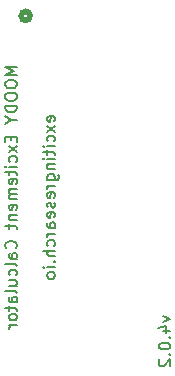
<source format=gbr>
%TF.GenerationSoftware,KiCad,Pcbnew,7.0.9*%
%TF.CreationDate,2024-03-07T22:29:03+01:00*%
%TF.ProjectId,pcb-design,7063622d-6465-4736-9967-6e2e6b696361,rev?*%
%TF.SameCoordinates,Original*%
%TF.FileFunction,Legend,Bot*%
%TF.FilePolarity,Positive*%
%FSLAX46Y46*%
G04 Gerber Fmt 4.6, Leading zero omitted, Abs format (unit mm)*
G04 Created by KiCad (PCBNEW 7.0.9) date 2024-03-07 22:29:03*
%MOMM*%
%LPD*%
G01*
G04 APERTURE LIST*
%ADD10C,0.150000*%
%ADD11C,0.508000*%
G04 APERTURE END LIST*
D10*
X144441819Y-124110998D02*
X143441819Y-124110998D01*
X143441819Y-124110998D02*
X144156104Y-124444331D01*
X144156104Y-124444331D02*
X143441819Y-124777664D01*
X143441819Y-124777664D02*
X144441819Y-124777664D01*
X143441819Y-125444331D02*
X143441819Y-125634807D01*
X143441819Y-125634807D02*
X143489438Y-125730045D01*
X143489438Y-125730045D02*
X143584676Y-125825283D01*
X143584676Y-125825283D02*
X143775152Y-125872902D01*
X143775152Y-125872902D02*
X144108485Y-125872902D01*
X144108485Y-125872902D02*
X144298961Y-125825283D01*
X144298961Y-125825283D02*
X144394200Y-125730045D01*
X144394200Y-125730045D02*
X144441819Y-125634807D01*
X144441819Y-125634807D02*
X144441819Y-125444331D01*
X144441819Y-125444331D02*
X144394200Y-125349093D01*
X144394200Y-125349093D02*
X144298961Y-125253855D01*
X144298961Y-125253855D02*
X144108485Y-125206236D01*
X144108485Y-125206236D02*
X143775152Y-125206236D01*
X143775152Y-125206236D02*
X143584676Y-125253855D01*
X143584676Y-125253855D02*
X143489438Y-125349093D01*
X143489438Y-125349093D02*
X143441819Y-125444331D01*
X143441819Y-126491950D02*
X143441819Y-126682426D01*
X143441819Y-126682426D02*
X143489438Y-126777664D01*
X143489438Y-126777664D02*
X143584676Y-126872902D01*
X143584676Y-126872902D02*
X143775152Y-126920521D01*
X143775152Y-126920521D02*
X144108485Y-126920521D01*
X144108485Y-126920521D02*
X144298961Y-126872902D01*
X144298961Y-126872902D02*
X144394200Y-126777664D01*
X144394200Y-126777664D02*
X144441819Y-126682426D01*
X144441819Y-126682426D02*
X144441819Y-126491950D01*
X144441819Y-126491950D02*
X144394200Y-126396712D01*
X144394200Y-126396712D02*
X144298961Y-126301474D01*
X144298961Y-126301474D02*
X144108485Y-126253855D01*
X144108485Y-126253855D02*
X143775152Y-126253855D01*
X143775152Y-126253855D02*
X143584676Y-126301474D01*
X143584676Y-126301474D02*
X143489438Y-126396712D01*
X143489438Y-126396712D02*
X143441819Y-126491950D01*
X144441819Y-127349093D02*
X143441819Y-127349093D01*
X143441819Y-127349093D02*
X143441819Y-127587188D01*
X143441819Y-127587188D02*
X143489438Y-127730045D01*
X143489438Y-127730045D02*
X143584676Y-127825283D01*
X143584676Y-127825283D02*
X143679914Y-127872902D01*
X143679914Y-127872902D02*
X143870390Y-127920521D01*
X143870390Y-127920521D02*
X144013247Y-127920521D01*
X144013247Y-127920521D02*
X144203723Y-127872902D01*
X144203723Y-127872902D02*
X144298961Y-127825283D01*
X144298961Y-127825283D02*
X144394200Y-127730045D01*
X144394200Y-127730045D02*
X144441819Y-127587188D01*
X144441819Y-127587188D02*
X144441819Y-127349093D01*
X143965628Y-128539569D02*
X144441819Y-128539569D01*
X143441819Y-128206236D02*
X143965628Y-128539569D01*
X143965628Y-128539569D02*
X143441819Y-128872902D01*
X143918009Y-129968141D02*
X143918009Y-130301474D01*
X144441819Y-130444331D02*
X144441819Y-129968141D01*
X144441819Y-129968141D02*
X143441819Y-129968141D01*
X143441819Y-129968141D02*
X143441819Y-130444331D01*
X144441819Y-130777665D02*
X143775152Y-131301474D01*
X143775152Y-130777665D02*
X144441819Y-131301474D01*
X144394200Y-132110998D02*
X144441819Y-132015760D01*
X144441819Y-132015760D02*
X144441819Y-131825284D01*
X144441819Y-131825284D02*
X144394200Y-131730046D01*
X144394200Y-131730046D02*
X144346580Y-131682427D01*
X144346580Y-131682427D02*
X144251342Y-131634808D01*
X144251342Y-131634808D02*
X143965628Y-131634808D01*
X143965628Y-131634808D02*
X143870390Y-131682427D01*
X143870390Y-131682427D02*
X143822771Y-131730046D01*
X143822771Y-131730046D02*
X143775152Y-131825284D01*
X143775152Y-131825284D02*
X143775152Y-132015760D01*
X143775152Y-132015760D02*
X143822771Y-132110998D01*
X144441819Y-132539570D02*
X143775152Y-132539570D01*
X143441819Y-132539570D02*
X143489438Y-132491951D01*
X143489438Y-132491951D02*
X143537057Y-132539570D01*
X143537057Y-132539570D02*
X143489438Y-132587189D01*
X143489438Y-132587189D02*
X143441819Y-132539570D01*
X143441819Y-132539570D02*
X143537057Y-132539570D01*
X143775152Y-132872903D02*
X143775152Y-133253855D01*
X143441819Y-133015760D02*
X144298961Y-133015760D01*
X144298961Y-133015760D02*
X144394200Y-133063379D01*
X144394200Y-133063379D02*
X144441819Y-133158617D01*
X144441819Y-133158617D02*
X144441819Y-133253855D01*
X144394200Y-133968141D02*
X144441819Y-133872903D01*
X144441819Y-133872903D02*
X144441819Y-133682427D01*
X144441819Y-133682427D02*
X144394200Y-133587189D01*
X144394200Y-133587189D02*
X144298961Y-133539570D01*
X144298961Y-133539570D02*
X143918009Y-133539570D01*
X143918009Y-133539570D02*
X143822771Y-133587189D01*
X143822771Y-133587189D02*
X143775152Y-133682427D01*
X143775152Y-133682427D02*
X143775152Y-133872903D01*
X143775152Y-133872903D02*
X143822771Y-133968141D01*
X143822771Y-133968141D02*
X143918009Y-134015760D01*
X143918009Y-134015760D02*
X144013247Y-134015760D01*
X144013247Y-134015760D02*
X144108485Y-133539570D01*
X144441819Y-134444332D02*
X143775152Y-134444332D01*
X143870390Y-134444332D02*
X143822771Y-134491951D01*
X143822771Y-134491951D02*
X143775152Y-134587189D01*
X143775152Y-134587189D02*
X143775152Y-134730046D01*
X143775152Y-134730046D02*
X143822771Y-134825284D01*
X143822771Y-134825284D02*
X143918009Y-134872903D01*
X143918009Y-134872903D02*
X144441819Y-134872903D01*
X143918009Y-134872903D02*
X143822771Y-134920522D01*
X143822771Y-134920522D02*
X143775152Y-135015760D01*
X143775152Y-135015760D02*
X143775152Y-135158617D01*
X143775152Y-135158617D02*
X143822771Y-135253856D01*
X143822771Y-135253856D02*
X143918009Y-135301475D01*
X143918009Y-135301475D02*
X144441819Y-135301475D01*
X144394200Y-136158617D02*
X144441819Y-136063379D01*
X144441819Y-136063379D02*
X144441819Y-135872903D01*
X144441819Y-135872903D02*
X144394200Y-135777665D01*
X144394200Y-135777665D02*
X144298961Y-135730046D01*
X144298961Y-135730046D02*
X143918009Y-135730046D01*
X143918009Y-135730046D02*
X143822771Y-135777665D01*
X143822771Y-135777665D02*
X143775152Y-135872903D01*
X143775152Y-135872903D02*
X143775152Y-136063379D01*
X143775152Y-136063379D02*
X143822771Y-136158617D01*
X143822771Y-136158617D02*
X143918009Y-136206236D01*
X143918009Y-136206236D02*
X144013247Y-136206236D01*
X144013247Y-136206236D02*
X144108485Y-135730046D01*
X143775152Y-136634808D02*
X144441819Y-136634808D01*
X143870390Y-136634808D02*
X143822771Y-136682427D01*
X143822771Y-136682427D02*
X143775152Y-136777665D01*
X143775152Y-136777665D02*
X143775152Y-136920522D01*
X143775152Y-136920522D02*
X143822771Y-137015760D01*
X143822771Y-137015760D02*
X143918009Y-137063379D01*
X143918009Y-137063379D02*
X144441819Y-137063379D01*
X143775152Y-137396713D02*
X143775152Y-137777665D01*
X143441819Y-137539570D02*
X144298961Y-137539570D01*
X144298961Y-137539570D02*
X144394200Y-137587189D01*
X144394200Y-137587189D02*
X144441819Y-137682427D01*
X144441819Y-137682427D02*
X144441819Y-137777665D01*
X144346580Y-139444332D02*
X144394200Y-139396713D01*
X144394200Y-139396713D02*
X144441819Y-139253856D01*
X144441819Y-139253856D02*
X144441819Y-139158618D01*
X144441819Y-139158618D02*
X144394200Y-139015761D01*
X144394200Y-139015761D02*
X144298961Y-138920523D01*
X144298961Y-138920523D02*
X144203723Y-138872904D01*
X144203723Y-138872904D02*
X144013247Y-138825285D01*
X144013247Y-138825285D02*
X143870390Y-138825285D01*
X143870390Y-138825285D02*
X143679914Y-138872904D01*
X143679914Y-138872904D02*
X143584676Y-138920523D01*
X143584676Y-138920523D02*
X143489438Y-139015761D01*
X143489438Y-139015761D02*
X143441819Y-139158618D01*
X143441819Y-139158618D02*
X143441819Y-139253856D01*
X143441819Y-139253856D02*
X143489438Y-139396713D01*
X143489438Y-139396713D02*
X143537057Y-139444332D01*
X144441819Y-140301475D02*
X143918009Y-140301475D01*
X143918009Y-140301475D02*
X143822771Y-140253856D01*
X143822771Y-140253856D02*
X143775152Y-140158618D01*
X143775152Y-140158618D02*
X143775152Y-139968142D01*
X143775152Y-139968142D02*
X143822771Y-139872904D01*
X144394200Y-140301475D02*
X144441819Y-140206237D01*
X144441819Y-140206237D02*
X144441819Y-139968142D01*
X144441819Y-139968142D02*
X144394200Y-139872904D01*
X144394200Y-139872904D02*
X144298961Y-139825285D01*
X144298961Y-139825285D02*
X144203723Y-139825285D01*
X144203723Y-139825285D02*
X144108485Y-139872904D01*
X144108485Y-139872904D02*
X144060866Y-139968142D01*
X144060866Y-139968142D02*
X144060866Y-140206237D01*
X144060866Y-140206237D02*
X144013247Y-140301475D01*
X144441819Y-140920523D02*
X144394200Y-140825285D01*
X144394200Y-140825285D02*
X144298961Y-140777666D01*
X144298961Y-140777666D02*
X143441819Y-140777666D01*
X144394200Y-141730047D02*
X144441819Y-141634809D01*
X144441819Y-141634809D02*
X144441819Y-141444333D01*
X144441819Y-141444333D02*
X144394200Y-141349095D01*
X144394200Y-141349095D02*
X144346580Y-141301476D01*
X144346580Y-141301476D02*
X144251342Y-141253857D01*
X144251342Y-141253857D02*
X143965628Y-141253857D01*
X143965628Y-141253857D02*
X143870390Y-141301476D01*
X143870390Y-141301476D02*
X143822771Y-141349095D01*
X143822771Y-141349095D02*
X143775152Y-141444333D01*
X143775152Y-141444333D02*
X143775152Y-141634809D01*
X143775152Y-141634809D02*
X143822771Y-141730047D01*
X143775152Y-142587190D02*
X144441819Y-142587190D01*
X143775152Y-142158619D02*
X144298961Y-142158619D01*
X144298961Y-142158619D02*
X144394200Y-142206238D01*
X144394200Y-142206238D02*
X144441819Y-142301476D01*
X144441819Y-142301476D02*
X144441819Y-142444333D01*
X144441819Y-142444333D02*
X144394200Y-142539571D01*
X144394200Y-142539571D02*
X144346580Y-142587190D01*
X144441819Y-143206238D02*
X144394200Y-143111000D01*
X144394200Y-143111000D02*
X144298961Y-143063381D01*
X144298961Y-143063381D02*
X143441819Y-143063381D01*
X144441819Y-144015762D02*
X143918009Y-144015762D01*
X143918009Y-144015762D02*
X143822771Y-143968143D01*
X143822771Y-143968143D02*
X143775152Y-143872905D01*
X143775152Y-143872905D02*
X143775152Y-143682429D01*
X143775152Y-143682429D02*
X143822771Y-143587191D01*
X144394200Y-144015762D02*
X144441819Y-143920524D01*
X144441819Y-143920524D02*
X144441819Y-143682429D01*
X144441819Y-143682429D02*
X144394200Y-143587191D01*
X144394200Y-143587191D02*
X144298961Y-143539572D01*
X144298961Y-143539572D02*
X144203723Y-143539572D01*
X144203723Y-143539572D02*
X144108485Y-143587191D01*
X144108485Y-143587191D02*
X144060866Y-143682429D01*
X144060866Y-143682429D02*
X144060866Y-143920524D01*
X144060866Y-143920524D02*
X144013247Y-144015762D01*
X143775152Y-144349096D02*
X143775152Y-144730048D01*
X143441819Y-144491953D02*
X144298961Y-144491953D01*
X144298961Y-144491953D02*
X144394200Y-144539572D01*
X144394200Y-144539572D02*
X144441819Y-144634810D01*
X144441819Y-144634810D02*
X144441819Y-144730048D01*
X144441819Y-145206239D02*
X144394200Y-145111001D01*
X144394200Y-145111001D02*
X144346580Y-145063382D01*
X144346580Y-145063382D02*
X144251342Y-145015763D01*
X144251342Y-145015763D02*
X143965628Y-145015763D01*
X143965628Y-145015763D02*
X143870390Y-145063382D01*
X143870390Y-145063382D02*
X143822771Y-145111001D01*
X143822771Y-145111001D02*
X143775152Y-145206239D01*
X143775152Y-145206239D02*
X143775152Y-145349096D01*
X143775152Y-145349096D02*
X143822771Y-145444334D01*
X143822771Y-145444334D02*
X143870390Y-145491953D01*
X143870390Y-145491953D02*
X143965628Y-145539572D01*
X143965628Y-145539572D02*
X144251342Y-145539572D01*
X144251342Y-145539572D02*
X144346580Y-145491953D01*
X144346580Y-145491953D02*
X144394200Y-145444334D01*
X144394200Y-145444334D02*
X144441819Y-145349096D01*
X144441819Y-145349096D02*
X144441819Y-145206239D01*
X144441819Y-145968144D02*
X143775152Y-145968144D01*
X143965628Y-145968144D02*
X143870390Y-146015763D01*
X143870390Y-146015763D02*
X143822771Y-146063382D01*
X143822771Y-146063382D02*
X143775152Y-146158620D01*
X143775152Y-146158620D02*
X143775152Y-146253858D01*
X147614200Y-128658618D02*
X147661819Y-128563380D01*
X147661819Y-128563380D02*
X147661819Y-128372904D01*
X147661819Y-128372904D02*
X147614200Y-128277666D01*
X147614200Y-128277666D02*
X147518961Y-128230047D01*
X147518961Y-128230047D02*
X147138009Y-128230047D01*
X147138009Y-128230047D02*
X147042771Y-128277666D01*
X147042771Y-128277666D02*
X146995152Y-128372904D01*
X146995152Y-128372904D02*
X146995152Y-128563380D01*
X146995152Y-128563380D02*
X147042771Y-128658618D01*
X147042771Y-128658618D02*
X147138009Y-128706237D01*
X147138009Y-128706237D02*
X147233247Y-128706237D01*
X147233247Y-128706237D02*
X147328485Y-128230047D01*
X147661819Y-129039571D02*
X146995152Y-129563380D01*
X146995152Y-129039571D02*
X147661819Y-129563380D01*
X147614200Y-130372904D02*
X147661819Y-130277666D01*
X147661819Y-130277666D02*
X147661819Y-130087190D01*
X147661819Y-130087190D02*
X147614200Y-129991952D01*
X147614200Y-129991952D02*
X147566580Y-129944333D01*
X147566580Y-129944333D02*
X147471342Y-129896714D01*
X147471342Y-129896714D02*
X147185628Y-129896714D01*
X147185628Y-129896714D02*
X147090390Y-129944333D01*
X147090390Y-129944333D02*
X147042771Y-129991952D01*
X147042771Y-129991952D02*
X146995152Y-130087190D01*
X146995152Y-130087190D02*
X146995152Y-130277666D01*
X146995152Y-130277666D02*
X147042771Y-130372904D01*
X147661819Y-130801476D02*
X146995152Y-130801476D01*
X146661819Y-130801476D02*
X146709438Y-130753857D01*
X146709438Y-130753857D02*
X146757057Y-130801476D01*
X146757057Y-130801476D02*
X146709438Y-130849095D01*
X146709438Y-130849095D02*
X146661819Y-130801476D01*
X146661819Y-130801476D02*
X146757057Y-130801476D01*
X146995152Y-131134809D02*
X146995152Y-131515761D01*
X146661819Y-131277666D02*
X147518961Y-131277666D01*
X147518961Y-131277666D02*
X147614200Y-131325285D01*
X147614200Y-131325285D02*
X147661819Y-131420523D01*
X147661819Y-131420523D02*
X147661819Y-131515761D01*
X147661819Y-131849095D02*
X146995152Y-131849095D01*
X146661819Y-131849095D02*
X146709438Y-131801476D01*
X146709438Y-131801476D02*
X146757057Y-131849095D01*
X146757057Y-131849095D02*
X146709438Y-131896714D01*
X146709438Y-131896714D02*
X146661819Y-131849095D01*
X146661819Y-131849095D02*
X146757057Y-131849095D01*
X146995152Y-132325285D02*
X147661819Y-132325285D01*
X147090390Y-132325285D02*
X147042771Y-132372904D01*
X147042771Y-132372904D02*
X146995152Y-132468142D01*
X146995152Y-132468142D02*
X146995152Y-132610999D01*
X146995152Y-132610999D02*
X147042771Y-132706237D01*
X147042771Y-132706237D02*
X147138009Y-132753856D01*
X147138009Y-132753856D02*
X147661819Y-132753856D01*
X146995152Y-133658618D02*
X147804676Y-133658618D01*
X147804676Y-133658618D02*
X147899914Y-133610999D01*
X147899914Y-133610999D02*
X147947533Y-133563380D01*
X147947533Y-133563380D02*
X147995152Y-133468142D01*
X147995152Y-133468142D02*
X147995152Y-133325285D01*
X147995152Y-133325285D02*
X147947533Y-133230047D01*
X147614200Y-133658618D02*
X147661819Y-133563380D01*
X147661819Y-133563380D02*
X147661819Y-133372904D01*
X147661819Y-133372904D02*
X147614200Y-133277666D01*
X147614200Y-133277666D02*
X147566580Y-133230047D01*
X147566580Y-133230047D02*
X147471342Y-133182428D01*
X147471342Y-133182428D02*
X147185628Y-133182428D01*
X147185628Y-133182428D02*
X147090390Y-133230047D01*
X147090390Y-133230047D02*
X147042771Y-133277666D01*
X147042771Y-133277666D02*
X146995152Y-133372904D01*
X146995152Y-133372904D02*
X146995152Y-133563380D01*
X146995152Y-133563380D02*
X147042771Y-133658618D01*
X147661819Y-134134809D02*
X146995152Y-134134809D01*
X147185628Y-134134809D02*
X147090390Y-134182428D01*
X147090390Y-134182428D02*
X147042771Y-134230047D01*
X147042771Y-134230047D02*
X146995152Y-134325285D01*
X146995152Y-134325285D02*
X146995152Y-134420523D01*
X147614200Y-135134809D02*
X147661819Y-135039571D01*
X147661819Y-135039571D02*
X147661819Y-134849095D01*
X147661819Y-134849095D02*
X147614200Y-134753857D01*
X147614200Y-134753857D02*
X147518961Y-134706238D01*
X147518961Y-134706238D02*
X147138009Y-134706238D01*
X147138009Y-134706238D02*
X147042771Y-134753857D01*
X147042771Y-134753857D02*
X146995152Y-134849095D01*
X146995152Y-134849095D02*
X146995152Y-135039571D01*
X146995152Y-135039571D02*
X147042771Y-135134809D01*
X147042771Y-135134809D02*
X147138009Y-135182428D01*
X147138009Y-135182428D02*
X147233247Y-135182428D01*
X147233247Y-135182428D02*
X147328485Y-134706238D01*
X147614200Y-135563381D02*
X147661819Y-135658619D01*
X147661819Y-135658619D02*
X147661819Y-135849095D01*
X147661819Y-135849095D02*
X147614200Y-135944333D01*
X147614200Y-135944333D02*
X147518961Y-135991952D01*
X147518961Y-135991952D02*
X147471342Y-135991952D01*
X147471342Y-135991952D02*
X147376104Y-135944333D01*
X147376104Y-135944333D02*
X147328485Y-135849095D01*
X147328485Y-135849095D02*
X147328485Y-135706238D01*
X147328485Y-135706238D02*
X147280866Y-135611000D01*
X147280866Y-135611000D02*
X147185628Y-135563381D01*
X147185628Y-135563381D02*
X147138009Y-135563381D01*
X147138009Y-135563381D02*
X147042771Y-135611000D01*
X147042771Y-135611000D02*
X146995152Y-135706238D01*
X146995152Y-135706238D02*
X146995152Y-135849095D01*
X146995152Y-135849095D02*
X147042771Y-135944333D01*
X147614200Y-136801476D02*
X147661819Y-136706238D01*
X147661819Y-136706238D02*
X147661819Y-136515762D01*
X147661819Y-136515762D02*
X147614200Y-136420524D01*
X147614200Y-136420524D02*
X147518961Y-136372905D01*
X147518961Y-136372905D02*
X147138009Y-136372905D01*
X147138009Y-136372905D02*
X147042771Y-136420524D01*
X147042771Y-136420524D02*
X146995152Y-136515762D01*
X146995152Y-136515762D02*
X146995152Y-136706238D01*
X146995152Y-136706238D02*
X147042771Y-136801476D01*
X147042771Y-136801476D02*
X147138009Y-136849095D01*
X147138009Y-136849095D02*
X147233247Y-136849095D01*
X147233247Y-136849095D02*
X147328485Y-136372905D01*
X147661819Y-137706238D02*
X147138009Y-137706238D01*
X147138009Y-137706238D02*
X147042771Y-137658619D01*
X147042771Y-137658619D02*
X146995152Y-137563381D01*
X146995152Y-137563381D02*
X146995152Y-137372905D01*
X146995152Y-137372905D02*
X147042771Y-137277667D01*
X147614200Y-137706238D02*
X147661819Y-137611000D01*
X147661819Y-137611000D02*
X147661819Y-137372905D01*
X147661819Y-137372905D02*
X147614200Y-137277667D01*
X147614200Y-137277667D02*
X147518961Y-137230048D01*
X147518961Y-137230048D02*
X147423723Y-137230048D01*
X147423723Y-137230048D02*
X147328485Y-137277667D01*
X147328485Y-137277667D02*
X147280866Y-137372905D01*
X147280866Y-137372905D02*
X147280866Y-137611000D01*
X147280866Y-137611000D02*
X147233247Y-137706238D01*
X147661819Y-138182429D02*
X146995152Y-138182429D01*
X147185628Y-138182429D02*
X147090390Y-138230048D01*
X147090390Y-138230048D02*
X147042771Y-138277667D01*
X147042771Y-138277667D02*
X146995152Y-138372905D01*
X146995152Y-138372905D02*
X146995152Y-138468143D01*
X147614200Y-139230048D02*
X147661819Y-139134810D01*
X147661819Y-139134810D02*
X147661819Y-138944334D01*
X147661819Y-138944334D02*
X147614200Y-138849096D01*
X147614200Y-138849096D02*
X147566580Y-138801477D01*
X147566580Y-138801477D02*
X147471342Y-138753858D01*
X147471342Y-138753858D02*
X147185628Y-138753858D01*
X147185628Y-138753858D02*
X147090390Y-138801477D01*
X147090390Y-138801477D02*
X147042771Y-138849096D01*
X147042771Y-138849096D02*
X146995152Y-138944334D01*
X146995152Y-138944334D02*
X146995152Y-139134810D01*
X146995152Y-139134810D02*
X147042771Y-139230048D01*
X147661819Y-139658620D02*
X146661819Y-139658620D01*
X147661819Y-140087191D02*
X147138009Y-140087191D01*
X147138009Y-140087191D02*
X147042771Y-140039572D01*
X147042771Y-140039572D02*
X146995152Y-139944334D01*
X146995152Y-139944334D02*
X146995152Y-139801477D01*
X146995152Y-139801477D02*
X147042771Y-139706239D01*
X147042771Y-139706239D02*
X147090390Y-139658620D01*
X147566580Y-140563382D02*
X147614200Y-140611001D01*
X147614200Y-140611001D02*
X147661819Y-140563382D01*
X147661819Y-140563382D02*
X147614200Y-140515763D01*
X147614200Y-140515763D02*
X147566580Y-140563382D01*
X147566580Y-140563382D02*
X147661819Y-140563382D01*
X147661819Y-141039572D02*
X146995152Y-141039572D01*
X146661819Y-141039572D02*
X146709438Y-140991953D01*
X146709438Y-140991953D02*
X146757057Y-141039572D01*
X146757057Y-141039572D02*
X146709438Y-141087191D01*
X146709438Y-141087191D02*
X146661819Y-141039572D01*
X146661819Y-141039572D02*
X146757057Y-141039572D01*
X147661819Y-141658619D02*
X147614200Y-141563381D01*
X147614200Y-141563381D02*
X147566580Y-141515762D01*
X147566580Y-141515762D02*
X147471342Y-141468143D01*
X147471342Y-141468143D02*
X147185628Y-141468143D01*
X147185628Y-141468143D02*
X147090390Y-141515762D01*
X147090390Y-141515762D02*
X147042771Y-141563381D01*
X147042771Y-141563381D02*
X146995152Y-141658619D01*
X146995152Y-141658619D02*
X146995152Y-141801476D01*
X146995152Y-141801476D02*
X147042771Y-141896714D01*
X147042771Y-141896714D02*
X147090390Y-141944333D01*
X147090390Y-141944333D02*
X147185628Y-141991952D01*
X147185628Y-141991952D02*
X147471342Y-141991952D01*
X147471342Y-141991952D02*
X147566580Y-141944333D01*
X147566580Y-141944333D02*
X147614200Y-141896714D01*
X147614200Y-141896714D02*
X147661819Y-141801476D01*
X147661819Y-141801476D02*
X147661819Y-141658619D01*
X156775152Y-145172745D02*
X157441819Y-145410840D01*
X157441819Y-145410840D02*
X156775152Y-145648935D01*
X156775152Y-146458459D02*
X157441819Y-146458459D01*
X156394200Y-146220364D02*
X157108485Y-145982269D01*
X157108485Y-145982269D02*
X157108485Y-146601316D01*
X157346580Y-146982269D02*
X157394200Y-147029888D01*
X157394200Y-147029888D02*
X157441819Y-146982269D01*
X157441819Y-146982269D02*
X157394200Y-146934650D01*
X157394200Y-146934650D02*
X157346580Y-146982269D01*
X157346580Y-146982269D02*
X157441819Y-146982269D01*
X156441819Y-147648935D02*
X156441819Y-147744173D01*
X156441819Y-147744173D02*
X156489438Y-147839411D01*
X156489438Y-147839411D02*
X156537057Y-147887030D01*
X156537057Y-147887030D02*
X156632295Y-147934649D01*
X156632295Y-147934649D02*
X156822771Y-147982268D01*
X156822771Y-147982268D02*
X157060866Y-147982268D01*
X157060866Y-147982268D02*
X157251342Y-147934649D01*
X157251342Y-147934649D02*
X157346580Y-147887030D01*
X157346580Y-147887030D02*
X157394200Y-147839411D01*
X157394200Y-147839411D02*
X157441819Y-147744173D01*
X157441819Y-147744173D02*
X157441819Y-147648935D01*
X157441819Y-147648935D02*
X157394200Y-147553697D01*
X157394200Y-147553697D02*
X157346580Y-147506078D01*
X157346580Y-147506078D02*
X157251342Y-147458459D01*
X157251342Y-147458459D02*
X157060866Y-147410840D01*
X157060866Y-147410840D02*
X156822771Y-147410840D01*
X156822771Y-147410840D02*
X156632295Y-147458459D01*
X156632295Y-147458459D02*
X156537057Y-147506078D01*
X156537057Y-147506078D02*
X156489438Y-147553697D01*
X156489438Y-147553697D02*
X156441819Y-147648935D01*
X157346580Y-148410840D02*
X157394200Y-148458459D01*
X157394200Y-148458459D02*
X157441819Y-148410840D01*
X157441819Y-148410840D02*
X157394200Y-148363221D01*
X157394200Y-148363221D02*
X157346580Y-148410840D01*
X157346580Y-148410840D02*
X157441819Y-148410840D01*
X156537057Y-148839411D02*
X156489438Y-148887030D01*
X156489438Y-148887030D02*
X156441819Y-148982268D01*
X156441819Y-148982268D02*
X156441819Y-149220363D01*
X156441819Y-149220363D02*
X156489438Y-149315601D01*
X156489438Y-149315601D02*
X156537057Y-149363220D01*
X156537057Y-149363220D02*
X156632295Y-149410839D01*
X156632295Y-149410839D02*
X156727533Y-149410839D01*
X156727533Y-149410839D02*
X156870390Y-149363220D01*
X156870390Y-149363220D02*
X157441819Y-148791792D01*
X157441819Y-148791792D02*
X157441819Y-149410839D01*
D11*
%TO.C,J2*%
X145562000Y-119760500D02*
G75*
G03*
X145562000Y-119760500I-381000J0D01*
G01*
%TD*%
M02*

</source>
